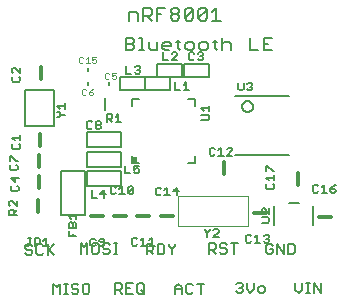
<source format=gbr>
G04 EAGLE Gerber RS-274X export*
G75*
%MOMM*%
%FSLAX34Y34*%
%LPD*%
%INSilkscreen Top*%
%IPPOS*%
%AMOC8*
5,1,8,0,0,1.08239X$1,22.5*%
G01*
%ADD10C,0.152400*%
%ADD11C,0.203200*%
%ADD12C,0.304800*%
%ADD13C,0.127000*%
%ADD14R,0.500000X0.500000*%
%ADD15C,0.100000*%
%ADD16C,0.101600*%


D10*
X190649Y12295D02*
X192090Y13735D01*
X194971Y13735D01*
X196411Y12295D01*
X196411Y10854D01*
X194971Y9414D01*
X193530Y9414D01*
X194971Y9414D02*
X196411Y7973D01*
X196411Y6533D01*
X194971Y5092D01*
X192090Y5092D01*
X190649Y6533D01*
X200004Y7973D02*
X200004Y13735D01*
X200004Y7973D02*
X202886Y5092D01*
X205767Y7973D01*
X205767Y13735D01*
X210800Y5092D02*
X213681Y5092D01*
X215122Y6533D01*
X215122Y9414D01*
X213681Y10854D01*
X210800Y10854D01*
X209360Y9414D01*
X209360Y6533D01*
X210800Y5092D01*
X167589Y38312D02*
X167589Y46955D01*
X171911Y46955D01*
X173351Y45515D01*
X173351Y42634D01*
X171911Y41193D01*
X167589Y41193D01*
X170470Y41193D02*
X173351Y38312D01*
X181266Y46955D02*
X182707Y45515D01*
X181266Y46955D02*
X178385Y46955D01*
X176944Y45515D01*
X176944Y44074D01*
X178385Y42634D01*
X181266Y42634D01*
X182707Y41193D01*
X182707Y39753D01*
X181266Y38312D01*
X178385Y38312D01*
X176944Y39753D01*
X189181Y38312D02*
X189181Y46955D01*
X186300Y46955D02*
X192062Y46955D01*
X114919Y46385D02*
X114919Y37742D01*
X114919Y46385D02*
X119241Y46385D01*
X120681Y44945D01*
X120681Y42064D01*
X119241Y40623D01*
X114919Y40623D01*
X117800Y40623D02*
X120681Y37742D01*
X124274Y37742D02*
X124274Y46385D01*
X124274Y37742D02*
X128596Y37742D01*
X130037Y39183D01*
X130037Y44945D01*
X128596Y46385D01*
X124274Y46385D01*
X133630Y46385D02*
X133630Y44945D01*
X136511Y42064D01*
X139392Y44945D01*
X139392Y46385D01*
X136511Y42064D02*
X136511Y37742D01*
X35921Y12865D02*
X35921Y4222D01*
X38802Y9984D02*
X35921Y12865D01*
X38802Y9984D02*
X41683Y12865D01*
X41683Y4222D01*
X45276Y4222D02*
X48157Y4222D01*
X46717Y4222D02*
X46717Y12865D01*
X48157Y12865D02*
X45276Y12865D01*
X55834Y12865D02*
X57275Y11425D01*
X55834Y12865D02*
X52953Y12865D01*
X51513Y11425D01*
X51513Y9984D01*
X52953Y8544D01*
X55834Y8544D01*
X57275Y7103D01*
X57275Y5663D01*
X55834Y4222D01*
X52953Y4222D01*
X51513Y5663D01*
X62309Y12865D02*
X65190Y12865D01*
X62309Y12865D02*
X60868Y11425D01*
X60868Y5663D01*
X62309Y4222D01*
X65190Y4222D01*
X66630Y5663D01*
X66630Y11425D01*
X65190Y12865D01*
X59165Y38212D02*
X59165Y46855D01*
X62046Y43974D01*
X64927Y46855D01*
X64927Y38212D01*
X69961Y46855D02*
X72842Y46855D01*
X69961Y46855D02*
X68520Y45415D01*
X68520Y39653D01*
X69961Y38212D01*
X72842Y38212D01*
X74282Y39653D01*
X74282Y45415D01*
X72842Y46855D01*
X82197Y46855D02*
X83637Y45415D01*
X82197Y46855D02*
X79316Y46855D01*
X77875Y45415D01*
X77875Y43974D01*
X79316Y42534D01*
X82197Y42534D01*
X83637Y41093D01*
X83637Y39653D01*
X82197Y38212D01*
X79316Y38212D01*
X77875Y39653D01*
X87230Y38212D02*
X90112Y38212D01*
X88671Y38212D02*
X88671Y46855D01*
X87230Y46855D02*
X90112Y46855D01*
X88433Y13065D02*
X88433Y4422D01*
X88433Y13065D02*
X92755Y13065D01*
X94195Y11625D01*
X94195Y8744D01*
X92755Y7303D01*
X88433Y7303D01*
X91314Y7303D02*
X94195Y4422D01*
X97788Y13065D02*
X103551Y13065D01*
X97788Y13065D02*
X97788Y4422D01*
X103551Y4422D01*
X100670Y8744D02*
X97788Y8744D01*
X107144Y5863D02*
X107144Y11625D01*
X108584Y13065D01*
X111465Y13065D01*
X112906Y11625D01*
X112906Y5863D01*
X111465Y4422D01*
X108584Y4422D01*
X107144Y5863D01*
X110025Y7303D02*
X112906Y4422D01*
X18157Y44599D02*
X16717Y46039D01*
X13836Y46039D01*
X12395Y44599D01*
X12395Y43158D01*
X13836Y41718D01*
X16717Y41718D01*
X18157Y40277D01*
X18157Y38837D01*
X16717Y37396D01*
X13836Y37396D01*
X12395Y38837D01*
X26072Y46039D02*
X27513Y44599D01*
X26072Y46039D02*
X23191Y46039D01*
X21750Y44599D01*
X21750Y38837D01*
X23191Y37396D01*
X26072Y37396D01*
X27513Y38837D01*
X31106Y37396D02*
X31106Y46039D01*
X31106Y40277D02*
X36868Y46039D01*
X32546Y41718D02*
X36868Y37396D01*
X139049Y9908D02*
X139049Y4146D01*
X139049Y9908D02*
X141930Y12789D01*
X144811Y9908D01*
X144811Y4146D01*
X144811Y8468D02*
X139049Y8468D01*
X152726Y12789D02*
X154167Y11349D01*
X152726Y12789D02*
X149845Y12789D01*
X148404Y11349D01*
X148404Y5587D01*
X149845Y4146D01*
X152726Y4146D01*
X154167Y5587D01*
X160641Y4146D02*
X160641Y12789D01*
X157760Y12789D02*
X163522Y12789D01*
X220601Y46485D02*
X222041Y45045D01*
X220601Y46485D02*
X217720Y46485D01*
X216279Y45045D01*
X216279Y39283D01*
X217720Y37842D01*
X220601Y37842D01*
X222041Y39283D01*
X222041Y42164D01*
X219160Y42164D01*
X225634Y46485D02*
X225634Y37842D01*
X231397Y37842D02*
X225634Y46485D01*
X231397Y46485D02*
X231397Y37842D01*
X234990Y37842D02*
X234990Y46485D01*
X234990Y37842D02*
X239311Y37842D01*
X240752Y39283D01*
X240752Y45045D01*
X239311Y46485D01*
X234990Y46485D01*
D11*
X100436Y235576D02*
X100436Y242694D01*
X105775Y242694D01*
X107554Y240915D01*
X107554Y235576D01*
X112130Y235576D02*
X112130Y246253D01*
X117469Y246253D01*
X119248Y244474D01*
X119248Y240915D01*
X117469Y239135D01*
X112130Y239135D01*
X115689Y239135D02*
X119248Y235576D01*
X123824Y235576D02*
X123824Y246253D01*
X130942Y246253D01*
X127383Y240915D02*
X123824Y240915D01*
X135518Y244474D02*
X137297Y246253D01*
X140856Y246253D01*
X142636Y244474D01*
X142636Y242694D01*
X140856Y240915D01*
X142636Y239135D01*
X142636Y237356D01*
X140856Y235576D01*
X137297Y235576D01*
X135518Y237356D01*
X135518Y239135D01*
X137297Y240915D01*
X135518Y242694D01*
X135518Y244474D01*
X137297Y240915D02*
X140856Y240915D01*
X147212Y237356D02*
X147212Y244474D01*
X148991Y246253D01*
X152550Y246253D01*
X154330Y244474D01*
X154330Y237356D01*
X152550Y235576D01*
X148991Y235576D01*
X147212Y237356D01*
X154330Y244474D01*
X158906Y244474D02*
X158906Y237356D01*
X158906Y244474D02*
X160685Y246253D01*
X164244Y246253D01*
X166024Y244474D01*
X166024Y237356D01*
X164244Y235576D01*
X160685Y235576D01*
X158906Y237356D01*
X166024Y244474D01*
X170600Y242694D02*
X174159Y246253D01*
X174159Y235576D01*
X170600Y235576D02*
X177718Y235576D01*
X97216Y221013D02*
X97216Y210336D01*
X97216Y221013D02*
X102555Y221013D01*
X104334Y219234D01*
X104334Y217454D01*
X102555Y215675D01*
X104334Y213895D01*
X104334Y212116D01*
X102555Y210336D01*
X97216Y210336D01*
X97216Y215675D02*
X102555Y215675D01*
X108910Y221013D02*
X110689Y221013D01*
X110689Y210336D01*
X108910Y210336D02*
X112469Y210336D01*
X116706Y212116D02*
X116706Y217454D01*
X116706Y212116D02*
X118485Y210336D01*
X123824Y210336D01*
X123824Y217454D01*
X130179Y210336D02*
X133738Y210336D01*
X130179Y210336D02*
X128400Y212116D01*
X128400Y215675D01*
X130179Y217454D01*
X133738Y217454D01*
X135518Y215675D01*
X135518Y213895D01*
X128400Y213895D01*
X141873Y212116D02*
X141873Y219234D01*
X141873Y212116D02*
X143653Y210336D01*
X143653Y217454D02*
X140094Y217454D01*
X149669Y210336D02*
X153228Y210336D01*
X155008Y212116D01*
X155008Y215675D01*
X153228Y217454D01*
X149669Y217454D01*
X147890Y215675D01*
X147890Y212116D01*
X149669Y210336D01*
X161363Y210336D02*
X164922Y210336D01*
X166702Y212116D01*
X166702Y215675D01*
X164922Y217454D01*
X161363Y217454D01*
X159584Y215675D01*
X159584Y212116D01*
X161363Y210336D01*
X173057Y212116D02*
X173057Y219234D01*
X173057Y212116D02*
X174837Y210336D01*
X174837Y217454D02*
X171278Y217454D01*
X179074Y221013D02*
X179074Y210336D01*
X179074Y215675D02*
X180853Y217454D01*
X184412Y217454D01*
X186192Y215675D01*
X186192Y210336D01*
X202462Y210336D02*
X202462Y221013D01*
X202462Y210336D02*
X209580Y210336D01*
X214156Y221013D02*
X221274Y221013D01*
X214156Y221013D02*
X214156Y210336D01*
X221274Y210336D01*
X217715Y215675D02*
X214156Y215675D01*
D10*
X240868Y13165D02*
X240868Y7403D01*
X243750Y4522D01*
X246631Y7403D01*
X246631Y13165D01*
X250224Y4522D02*
X253105Y4522D01*
X251664Y4522D02*
X251664Y13165D01*
X250224Y13165D02*
X253105Y13165D01*
X256460Y13165D02*
X256460Y4522D01*
X262223Y4522D02*
X256460Y13165D01*
X262223Y13165D02*
X262223Y4522D01*
D11*
X62508Y108350D02*
X42508Y108350D01*
X62508Y108350D02*
X62508Y71350D01*
X42508Y71350D01*
X42508Y108350D01*
D10*
X48973Y52740D02*
X55583Y52740D01*
X48973Y52740D02*
X48973Y57146D01*
X52278Y54943D02*
X52278Y52740D01*
X55583Y60224D02*
X48973Y60224D01*
X48973Y63529D01*
X50075Y64630D01*
X51177Y64630D01*
X52278Y63529D01*
X53380Y64630D01*
X54481Y64630D01*
X55583Y63529D01*
X55583Y60224D01*
X52278Y60224D02*
X52278Y63529D01*
X51177Y67708D02*
X48973Y69911D01*
X55583Y69911D01*
X55583Y67708D02*
X55583Y72114D01*
D12*
X23810Y93732D02*
X23810Y103892D01*
D10*
X1111Y95650D02*
X9Y94549D01*
X9Y92345D01*
X1111Y91244D01*
X5517Y91244D01*
X6619Y92345D01*
X6619Y94549D01*
X5517Y95650D01*
X6619Y102033D02*
X9Y102033D01*
X3314Y98728D01*
X3314Y103134D01*
D13*
X102220Y115278D02*
X102220Y121278D01*
X102220Y115278D02*
X108220Y115278D01*
X102220Y163278D02*
X102220Y169278D01*
X108220Y169278D01*
X150220Y115278D02*
X156220Y115278D01*
X156220Y121278D01*
X156220Y169278D02*
X150220Y169278D01*
X156220Y169278D02*
X156220Y163278D01*
D14*
X104720Y117778D03*
D10*
X161376Y151456D02*
X166884Y151456D01*
X167986Y152557D01*
X167986Y154761D01*
X166884Y155862D01*
X161376Y155862D01*
X163580Y158940D02*
X161376Y161143D01*
X167986Y161143D01*
X167986Y158940D02*
X167986Y163346D01*
D11*
X168103Y198847D02*
X146957Y198847D01*
X168103Y198847D02*
X168103Y187734D01*
X146957Y187733D01*
X146957Y198847D01*
D10*
X155173Y207499D02*
X154072Y208601D01*
X151869Y208601D01*
X150767Y207499D01*
X150767Y203093D01*
X151869Y201991D01*
X154072Y201991D01*
X155173Y203093D01*
X158251Y207499D02*
X159353Y208601D01*
X161556Y208601D01*
X162658Y207499D01*
X162658Y206397D01*
X161556Y205296D01*
X160454Y205296D01*
X161556Y205296D02*
X162658Y204194D01*
X162658Y203093D01*
X161556Y201991D01*
X159353Y201991D01*
X158251Y203093D01*
D12*
X97720Y70008D02*
X87560Y70008D01*
D10*
X88890Y93985D02*
X87789Y95087D01*
X85586Y95087D01*
X84484Y93985D01*
X84484Y89579D01*
X85586Y88477D01*
X87789Y88477D01*
X88890Y89579D01*
X91968Y92883D02*
X94171Y95087D01*
X94171Y88477D01*
X91968Y88477D02*
X96375Y88477D01*
X99452Y89579D02*
X99452Y93985D01*
X100554Y95087D01*
X102757Y95087D01*
X103859Y93985D01*
X103859Y89579D01*
X102757Y88477D01*
X100554Y88477D01*
X99452Y89579D01*
X103859Y93985D01*
D12*
X106530Y70008D02*
X116690Y70008D01*
D10*
X105729Y51617D02*
X106830Y50515D01*
X105729Y51617D02*
X103526Y51617D01*
X102424Y50515D01*
X102424Y46109D01*
X103526Y45007D01*
X105729Y45007D01*
X106830Y46109D01*
X109908Y49413D02*
X112111Y51617D01*
X112111Y45007D01*
X109908Y45007D02*
X114315Y45007D01*
X117392Y49413D02*
X119596Y51617D01*
X119596Y45007D01*
X121799Y45007D02*
X117392Y45007D01*
D13*
X36772Y146510D02*
X36772Y176510D01*
X36772Y146510D02*
X11772Y146510D01*
X11772Y176510D01*
X36772Y176510D01*
D10*
X39308Y153624D02*
X40410Y153624D01*
X42613Y155827D01*
X40410Y158030D01*
X39308Y158030D01*
X42613Y155827D02*
X45918Y155827D01*
X41512Y161108D02*
X39308Y163311D01*
X45918Y163311D01*
X45918Y161108D02*
X45918Y165514D01*
D12*
X25294Y186156D02*
X25294Y196316D01*
D10*
X2129Y188156D02*
X1027Y187055D01*
X1027Y184851D01*
X2129Y183750D01*
X6535Y183750D01*
X7637Y184851D01*
X7637Y187055D01*
X6535Y188156D01*
X7637Y191234D02*
X7637Y195640D01*
X7637Y191234D02*
X3231Y195640D01*
X2129Y195640D01*
X1027Y194539D01*
X1027Y192335D01*
X2129Y191234D01*
D12*
X24510Y139476D02*
X24510Y129316D01*
D10*
X2187Y131090D02*
X1085Y129989D01*
X1085Y127785D01*
X2187Y126684D01*
X6593Y126684D01*
X7695Y127785D01*
X7695Y129989D01*
X6593Y131090D01*
X3289Y134168D02*
X1085Y136371D01*
X7695Y136371D01*
X7695Y134168D02*
X7695Y138574D01*
D15*
X142045Y61444D02*
X200935Y61444D01*
X200935Y87444D02*
X142045Y87444D01*
X201035Y87379D02*
X201035Y61509D01*
X141980Y61509D02*
X141980Y87379D01*
D10*
X164024Y59148D02*
X164024Y58046D01*
X166227Y55843D01*
X168430Y58046D01*
X168430Y59148D01*
X166227Y55843D02*
X166227Y52538D01*
X171508Y52538D02*
X175914Y52538D01*
X171508Y52538D02*
X175914Y56944D01*
X175914Y58046D01*
X174813Y59148D01*
X172609Y59148D01*
X171508Y58046D01*
D12*
X137208Y70040D02*
X127048Y70040D01*
D10*
X127056Y93045D02*
X125954Y94147D01*
X123751Y94147D01*
X122650Y93045D01*
X122650Y88639D01*
X123751Y87537D01*
X125954Y87537D01*
X127056Y88639D01*
X130134Y91943D02*
X132337Y94147D01*
X132337Y87537D01*
X130134Y87537D02*
X134540Y87537D01*
X140923Y87537D02*
X140923Y94147D01*
X137618Y90842D01*
X142024Y90842D01*
D12*
X206002Y72384D02*
X216162Y72384D01*
D10*
X202490Y54141D02*
X203592Y53039D01*
X202490Y54141D02*
X200287Y54141D01*
X199186Y53039D01*
X199186Y48633D01*
X200287Y47531D01*
X202490Y47531D01*
X203592Y48633D01*
X206670Y51937D02*
X208873Y54141D01*
X208873Y47531D01*
X206670Y47531D02*
X211076Y47531D01*
X214154Y53039D02*
X215255Y54141D01*
X217459Y54141D01*
X218560Y53039D01*
X218560Y51937D01*
X217459Y50836D01*
X216357Y50836D01*
X217459Y50836D02*
X218560Y49734D01*
X218560Y48633D01*
X217459Y47531D01*
X215255Y47531D01*
X214154Y48633D01*
D11*
X93467Y124260D02*
X64257Y124260D01*
X93467Y124260D02*
X93467Y111560D01*
X64257Y111560D01*
X64257Y124260D01*
D10*
X96724Y112707D02*
X96724Y106097D01*
X101130Y106097D01*
X104208Y112707D02*
X108615Y112707D01*
X104208Y112707D02*
X104208Y109402D01*
X106411Y110503D01*
X107513Y110503D01*
X108615Y109402D01*
X108615Y107199D01*
X107513Y106097D01*
X105310Y106097D01*
X104208Y107199D01*
D11*
X93467Y95130D02*
X64257Y95130D01*
X64257Y107830D01*
X93467Y107830D01*
X93467Y95130D01*
D10*
X68456Y91999D02*
X68456Y85389D01*
X72862Y85389D01*
X79245Y85389D02*
X79245Y91999D01*
X75940Y88694D01*
X80346Y88694D01*
D12*
X23810Y111432D02*
X23810Y121592D01*
D10*
X181Y113520D02*
X-921Y112419D01*
X-921Y110215D01*
X181Y109114D01*
X4587Y109114D01*
X5689Y110215D01*
X5689Y112419D01*
X4587Y113520D01*
X-921Y116598D02*
X-921Y121004D01*
X181Y121004D01*
X4587Y116598D01*
X5689Y116598D01*
D11*
X79770Y159868D02*
X79770Y170028D01*
D10*
X81239Y156467D02*
X81239Y149857D01*
X81239Y156467D02*
X84544Y156467D01*
X85645Y155365D01*
X85645Y153162D01*
X84544Y152060D01*
X81239Y152060D01*
X83442Y152060D02*
X85645Y149857D01*
X88723Y154263D02*
X90926Y156467D01*
X90926Y149857D01*
X88723Y149857D02*
X93129Y149857D01*
D11*
X93375Y128168D02*
X64165Y128168D01*
X64165Y140868D01*
X93375Y140868D01*
X93375Y128168D01*
D10*
X68658Y149417D02*
X67557Y150519D01*
X65354Y150519D01*
X64252Y149417D01*
X64252Y145011D01*
X65354Y143909D01*
X67557Y143909D01*
X68658Y145011D01*
X71736Y149417D02*
X72838Y150519D01*
X75041Y150519D01*
X76143Y149417D01*
X76143Y148315D01*
X75041Y147214D01*
X76143Y146112D01*
X76143Y145011D01*
X75041Y143909D01*
X72838Y143909D01*
X71736Y145011D01*
X71736Y146112D01*
X72838Y147214D01*
X71736Y148315D01*
X71736Y149417D01*
X72838Y147214D02*
X75041Y147214D01*
D12*
X180196Y116064D02*
X180196Y105904D01*
D10*
X172664Y126779D02*
X171563Y127881D01*
X169360Y127881D01*
X168258Y126779D01*
X168258Y122373D01*
X169360Y121271D01*
X171563Y121271D01*
X172664Y122373D01*
X175742Y125677D02*
X177945Y127881D01*
X177945Y121271D01*
X175742Y121271D02*
X180149Y121271D01*
X183226Y121271D02*
X187633Y121271D01*
X187633Y125677D02*
X183226Y121271D01*
X187633Y125677D02*
X187633Y126779D01*
X186531Y127881D01*
X184328Y127881D01*
X183226Y126779D01*
D12*
X78340Y70272D02*
X68180Y70272D01*
D10*
X70740Y51017D02*
X71841Y49915D01*
X70740Y51017D02*
X68537Y51017D01*
X67435Y49915D01*
X67435Y45509D01*
X68537Y44407D01*
X70740Y44407D01*
X71841Y45509D01*
X74919Y45509D02*
X76021Y44407D01*
X78224Y44407D01*
X79326Y45509D01*
X79326Y49915D01*
X78224Y51017D01*
X76021Y51017D01*
X74919Y49915D01*
X74919Y48813D01*
X76021Y47712D01*
X79326Y47712D01*
D11*
X223164Y62316D02*
X223164Y78316D01*
X256164Y78316D02*
X256164Y62316D01*
X243664Y80816D02*
X235664Y80816D01*
D10*
X217860Y64566D02*
X212352Y64566D01*
X217860Y64566D02*
X218962Y65668D01*
X218962Y67871D01*
X217860Y68972D01*
X212352Y68972D01*
X218962Y72050D02*
X218962Y76457D01*
X214556Y76457D02*
X218962Y72050D01*
X214556Y76457D02*
X213454Y76457D01*
X212352Y75355D01*
X212352Y73152D01*
X213454Y72050D01*
D12*
X261118Y69424D02*
X271278Y69424D01*
D10*
X260057Y95405D02*
X258955Y96507D01*
X256752Y96507D01*
X255651Y95405D01*
X255651Y90999D01*
X256752Y89897D01*
X258955Y89897D01*
X260057Y90999D01*
X263135Y94303D02*
X265338Y96507D01*
X265338Y89897D01*
X263135Y89897D02*
X267541Y89897D01*
X272822Y95405D02*
X275025Y96507D01*
X272822Y95405D02*
X270619Y93202D01*
X270619Y90999D01*
X271720Y89897D01*
X273924Y89897D01*
X275025Y90999D01*
X275025Y92100D01*
X273924Y93202D01*
X270619Y93202D01*
D12*
X22700Y83620D02*
X22700Y73460D01*
D10*
X5191Y70794D02*
X-1419Y70794D01*
X-1419Y74099D01*
X-317Y75200D01*
X1886Y75200D01*
X2988Y74099D01*
X2988Y70794D01*
X2988Y72997D02*
X5191Y75200D01*
X5191Y78278D02*
X5191Y82684D01*
X5191Y78278D02*
X785Y82684D01*
X-317Y82684D01*
X-1419Y81583D01*
X-1419Y79379D01*
X-317Y78278D01*
D11*
X189866Y121556D02*
X235522Y121556D01*
X235522Y171848D02*
X189866Y171848D01*
X195930Y162958D02*
X195932Y163093D01*
X195938Y163228D01*
X195948Y163362D01*
X195962Y163496D01*
X195980Y163630D01*
X196001Y163763D01*
X196027Y163895D01*
X196057Y164027D01*
X196090Y164158D01*
X196127Y164287D01*
X196169Y164416D01*
X196213Y164543D01*
X196262Y164669D01*
X196314Y164793D01*
X196370Y164916D01*
X196430Y165037D01*
X196493Y165156D01*
X196559Y165273D01*
X196629Y165388D01*
X196703Y165502D01*
X196780Y165613D01*
X196859Y165721D01*
X196943Y165827D01*
X197029Y165931D01*
X197118Y166032D01*
X197210Y166131D01*
X197305Y166226D01*
X197403Y166319D01*
X197503Y166409D01*
X197606Y166496D01*
X197712Y166580D01*
X197820Y166661D01*
X197930Y166738D01*
X198043Y166812D01*
X198158Y166883D01*
X198275Y166951D01*
X198393Y167015D01*
X198514Y167075D01*
X198636Y167132D01*
X198760Y167185D01*
X198886Y167235D01*
X199012Y167281D01*
X199141Y167323D01*
X199270Y167361D01*
X199400Y167395D01*
X199532Y167426D01*
X199664Y167453D01*
X199797Y167475D01*
X199930Y167494D01*
X200064Y167509D01*
X200199Y167520D01*
X200333Y167527D01*
X200468Y167530D01*
X200603Y167529D01*
X200738Y167524D01*
X200872Y167515D01*
X201007Y167502D01*
X201141Y167485D01*
X201274Y167464D01*
X201406Y167440D01*
X201538Y167411D01*
X201669Y167379D01*
X201799Y167342D01*
X201928Y167302D01*
X202055Y167258D01*
X202181Y167210D01*
X202306Y167159D01*
X202429Y167104D01*
X202551Y167045D01*
X202670Y166983D01*
X202788Y166917D01*
X202904Y166848D01*
X203017Y166776D01*
X203129Y166700D01*
X203238Y166621D01*
X203345Y166539D01*
X203449Y166453D01*
X203551Y166365D01*
X203650Y166273D01*
X203747Y166179D01*
X203840Y166082D01*
X203931Y165982D01*
X204019Y165880D01*
X204103Y165775D01*
X204185Y165667D01*
X204263Y165557D01*
X204338Y165445D01*
X204410Y165331D01*
X204478Y165215D01*
X204543Y165096D01*
X204604Y164976D01*
X204662Y164854D01*
X204716Y164731D01*
X204767Y164606D01*
X204813Y164479D01*
X204856Y164352D01*
X204896Y164223D01*
X204931Y164092D01*
X204963Y163961D01*
X204990Y163829D01*
X205014Y163697D01*
X205034Y163563D01*
X205050Y163429D01*
X205062Y163295D01*
X205070Y163160D01*
X205074Y163025D01*
X205074Y162891D01*
X205070Y162756D01*
X205062Y162621D01*
X205050Y162487D01*
X205034Y162353D01*
X205014Y162219D01*
X204990Y162087D01*
X204963Y161955D01*
X204931Y161824D01*
X204896Y161693D01*
X204856Y161564D01*
X204813Y161437D01*
X204767Y161310D01*
X204716Y161185D01*
X204662Y161062D01*
X204604Y160940D01*
X204543Y160820D01*
X204478Y160701D01*
X204410Y160585D01*
X204338Y160471D01*
X204263Y160359D01*
X204185Y160249D01*
X204103Y160141D01*
X204019Y160036D01*
X203931Y159934D01*
X203840Y159834D01*
X203747Y159737D01*
X203650Y159643D01*
X203551Y159551D01*
X203449Y159463D01*
X203345Y159377D01*
X203238Y159295D01*
X203129Y159216D01*
X203017Y159140D01*
X202904Y159068D01*
X202788Y158999D01*
X202670Y158933D01*
X202551Y158871D01*
X202429Y158812D01*
X202306Y158757D01*
X202181Y158706D01*
X202055Y158658D01*
X201928Y158614D01*
X201799Y158574D01*
X201669Y158537D01*
X201538Y158505D01*
X201406Y158476D01*
X201274Y158452D01*
X201141Y158431D01*
X201007Y158414D01*
X200872Y158401D01*
X200738Y158392D01*
X200603Y158387D01*
X200468Y158386D01*
X200333Y158389D01*
X200199Y158396D01*
X200064Y158407D01*
X199930Y158422D01*
X199797Y158441D01*
X199664Y158463D01*
X199532Y158490D01*
X199400Y158521D01*
X199270Y158555D01*
X199141Y158593D01*
X199012Y158635D01*
X198886Y158681D01*
X198760Y158731D01*
X198636Y158784D01*
X198514Y158841D01*
X198393Y158901D01*
X198275Y158965D01*
X198158Y159033D01*
X198043Y159104D01*
X197930Y159178D01*
X197820Y159255D01*
X197712Y159336D01*
X197606Y159420D01*
X197503Y159507D01*
X197403Y159597D01*
X197305Y159690D01*
X197210Y159785D01*
X197118Y159884D01*
X197029Y159985D01*
X196943Y160089D01*
X196859Y160195D01*
X196780Y160303D01*
X196703Y160414D01*
X196629Y160528D01*
X196559Y160643D01*
X196493Y160760D01*
X196430Y160879D01*
X196370Y161000D01*
X196314Y161123D01*
X196262Y161247D01*
X196213Y161373D01*
X196169Y161500D01*
X196127Y161629D01*
X196090Y161758D01*
X196057Y161889D01*
X196027Y162021D01*
X196001Y162153D01*
X195980Y162286D01*
X195962Y162420D01*
X195948Y162554D01*
X195938Y162688D01*
X195932Y162823D01*
X195930Y162958D01*
D10*
X192628Y177522D02*
X192628Y183030D01*
X192628Y177522D02*
X193730Y176420D01*
X195933Y176420D01*
X197034Y177522D01*
X197034Y183030D01*
X200112Y181928D02*
X201214Y183030D01*
X203417Y183030D01*
X204519Y181928D01*
X204519Y180826D01*
X203417Y179725D01*
X202315Y179725D01*
X203417Y179725D02*
X204519Y178623D01*
X204519Y177522D01*
X203417Y176420D01*
X201214Y176420D01*
X200112Y177522D01*
D11*
X135103Y176463D02*
X113957Y176463D01*
X113957Y187576D01*
X135103Y187577D01*
X135103Y176463D01*
D10*
X138767Y176721D02*
X138767Y183331D01*
X138767Y176721D02*
X143173Y176721D01*
X146251Y181127D02*
X148454Y183331D01*
X148454Y176721D01*
X146251Y176721D02*
X150658Y176721D01*
D11*
X113833Y176463D02*
X92687Y176463D01*
X92687Y187576D01*
X113833Y187577D01*
X113833Y176463D01*
D10*
X97579Y190715D02*
X97579Y197325D01*
X97579Y190715D02*
X101985Y190715D01*
X105063Y196223D02*
X106164Y197325D01*
X108368Y197325D01*
X109469Y196223D01*
X109469Y195121D01*
X108368Y194020D01*
X107266Y194020D01*
X108368Y194020D02*
X109469Y192918D01*
X109469Y191817D01*
X108368Y190715D01*
X106164Y190715D01*
X105063Y191817D01*
D11*
X123957Y198847D02*
X145103Y198847D01*
X145103Y187734D01*
X123957Y187733D01*
X123957Y198847D01*
D10*
X128767Y201991D02*
X128767Y208601D01*
X128767Y201991D02*
X133173Y201991D01*
X136251Y201991D02*
X140658Y201991D01*
X140658Y206397D02*
X136251Y201991D01*
X140658Y206397D02*
X140658Y207499D01*
X139556Y208601D01*
X137353Y208601D01*
X136251Y207499D01*
D11*
X83530Y183290D02*
X83530Y180750D01*
D16*
X83078Y190528D02*
X82230Y191375D01*
X80535Y191375D01*
X79688Y190528D01*
X79688Y187138D01*
X80535Y186291D01*
X82230Y186291D01*
X83078Y187138D01*
X85301Y191375D02*
X88691Y191375D01*
X85301Y191375D02*
X85301Y188833D01*
X86996Y189681D01*
X87843Y189681D01*
X88691Y188833D01*
X88691Y187138D01*
X87843Y186291D01*
X86148Y186291D01*
X85301Y187138D01*
D11*
X65530Y183290D02*
X65530Y180750D01*
D16*
X63230Y177375D02*
X64078Y176528D01*
X63230Y177375D02*
X61535Y177375D01*
X60688Y176528D01*
X60688Y173138D01*
X61535Y172291D01*
X63230Y172291D01*
X64078Y173138D01*
X67996Y176528D02*
X69691Y177375D01*
X67996Y176528D02*
X66301Y174833D01*
X66301Y173138D01*
X67148Y172291D01*
X68843Y172291D01*
X69691Y173138D01*
X69691Y173986D01*
X68843Y174833D01*
X66301Y174833D01*
D11*
X65530Y192750D02*
X65530Y195290D01*
D16*
X61078Y203528D02*
X60230Y204375D01*
X58535Y204375D01*
X57688Y203528D01*
X57688Y200138D01*
X58535Y199291D01*
X60230Y199291D01*
X61078Y200138D01*
X63301Y202681D02*
X64996Y204375D01*
X64996Y199291D01*
X63301Y199291D02*
X66691Y199291D01*
X68914Y204375D02*
X72304Y204375D01*
X68914Y204375D02*
X68914Y201833D01*
X70609Y202681D01*
X71456Y202681D01*
X72304Y201833D01*
X72304Y200138D01*
X71456Y199291D01*
X69762Y199291D01*
X68914Y200138D01*
D12*
X242990Y106080D02*
X242990Y95920D01*
D10*
X217195Y97293D02*
X216093Y96192D01*
X216093Y93989D01*
X217195Y92887D01*
X221601Y92887D01*
X222703Y93989D01*
X222703Y96192D01*
X221601Y97293D01*
X218297Y100371D02*
X216093Y102574D01*
X222703Y102574D01*
X222703Y100371D02*
X222703Y104778D01*
X216093Y107855D02*
X216093Y112262D01*
X217195Y112262D01*
X221601Y107855D01*
X222703Y107855D01*
X13802Y44450D02*
X12700Y45552D01*
X13802Y44450D02*
X14903Y44450D01*
X16005Y45552D01*
X16005Y51060D01*
X17106Y51060D02*
X14903Y51060D01*
X20184Y51060D02*
X20184Y44450D01*
X20184Y51060D02*
X23489Y51060D01*
X24591Y49958D01*
X24591Y47755D01*
X23489Y46653D01*
X20184Y46653D01*
X27668Y48856D02*
X29872Y51060D01*
X29872Y44450D01*
X32075Y44450D02*
X27668Y44450D01*
M02*

</source>
